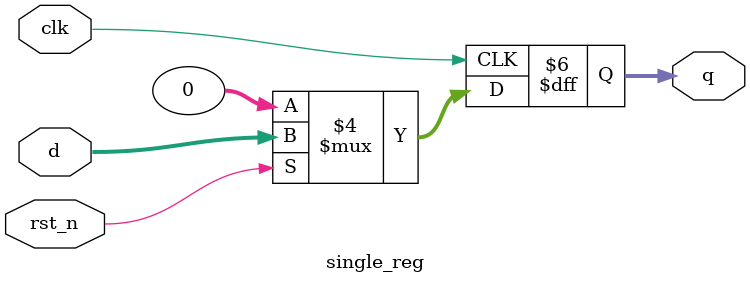
<source format=v>


`timescale 1ns / 1ps

module single_reg
    (
        input wire        clk,
        input wire        rst_n,
        input wire [31:0] d,
        output reg [31:0] q 
    );

    always @(posedge clk)
    begin
        if (!rst_n)
            q <= 0;
        else
            q <= d;
    end

endmodule

</source>
